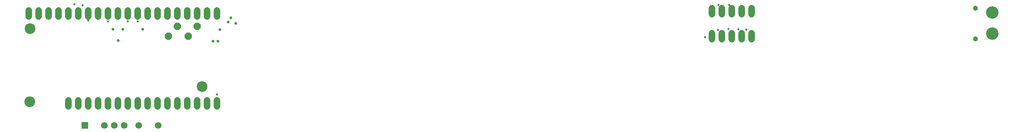
<source format=gbr>
G04 EAGLE Gerber RS-274X export*
G75*
%MOMM*%
%FSLAX34Y34*%
%LPD*%
%INSoldermask Bottom*%
%IPPOS*%
%AMOC8*
5,1,8,0,0,1.08239X$1,22.5*%
G01*
%ADD10C,1.303200*%
%ADD11C,1.193800*%
%ADD12C,2.743200*%
%ADD13C,3.203200*%
%ADD14C,1.727200*%
%ADD15P,2.034460X8X202.500000*%
%ADD16R,1.711200X1.711200*%
%ADD17C,1.711200*%
%ADD18C,0.728200*%
%ADD19C,0.555600*%


D10*
X2562352Y556514D03*
X2562352Y635254D03*
D11*
X134620Y622300D03*
X160020Y622300D03*
X185420Y622300D03*
X210820Y622300D03*
X312420Y622300D03*
X287020Y622300D03*
X261620Y622300D03*
X236220Y622300D03*
X414020Y622300D03*
X388620Y622300D03*
X363220Y622300D03*
X337820Y622300D03*
X515620Y622300D03*
X490220Y622300D03*
X464820Y622300D03*
X439420Y622300D03*
X617220Y622300D03*
X591820Y622300D03*
X566420Y622300D03*
X541020Y622300D03*
X541528Y391160D03*
X566928Y391160D03*
X592328Y391160D03*
X617728Y391160D03*
X439928Y391160D03*
X465328Y391160D03*
X490728Y391160D03*
X516128Y391160D03*
X338328Y391160D03*
X363728Y391160D03*
X389128Y391160D03*
X414528Y391160D03*
X236728Y391160D03*
X262128Y391160D03*
X287528Y391160D03*
X312928Y391160D03*
X1886712Y628142D03*
X1912112Y628142D03*
X1937512Y628142D03*
X1962912Y628142D03*
X1988312Y628142D03*
X1988312Y563118D03*
X1962912Y563118D03*
X1937512Y563118D03*
X1912112Y563118D03*
X1886712Y563118D03*
D12*
X137414Y394970D03*
X138176Y582930D03*
X579120Y433578D03*
D13*
X2605588Y570254D03*
X2605588Y624572D03*
D14*
X1988312Y620522D02*
X1988312Y635762D01*
X1962912Y635762D02*
X1962912Y620522D01*
X1937512Y620522D02*
X1937512Y635762D01*
X1912112Y635762D02*
X1912112Y620522D01*
X1886712Y620522D02*
X1886712Y635762D01*
X1886712Y570738D02*
X1886712Y555498D01*
X1912112Y555498D02*
X1912112Y570738D01*
X1937512Y570738D02*
X1937512Y555498D01*
X1962912Y555498D02*
X1962912Y570738D01*
X1988312Y570738D02*
X1988312Y555498D01*
X236728Y398780D02*
X236728Y383540D01*
X262128Y383540D02*
X262128Y398780D01*
X287528Y398780D02*
X287528Y383540D01*
X312928Y383540D02*
X312928Y398780D01*
X338328Y398780D02*
X338328Y383540D01*
X363728Y383540D02*
X363728Y398780D01*
X389128Y398780D02*
X389128Y383540D01*
X414528Y383540D02*
X414528Y398780D01*
X439928Y398780D02*
X439928Y383540D01*
X465328Y383540D02*
X465328Y398780D01*
X490728Y398780D02*
X490728Y383540D01*
X516128Y383540D02*
X516128Y398780D01*
X541528Y398780D02*
X541528Y383540D01*
X566928Y383540D02*
X566928Y398780D01*
X592328Y398780D02*
X592328Y383540D01*
X617728Y383540D02*
X617728Y398780D01*
X134620Y614680D02*
X134620Y629920D01*
X160020Y629920D02*
X160020Y614680D01*
X185420Y614680D02*
X185420Y629920D01*
X210820Y629920D02*
X210820Y614680D01*
X236220Y614680D02*
X236220Y629920D01*
X261620Y629920D02*
X261620Y614680D01*
X287020Y614680D02*
X287020Y629920D01*
X312420Y629920D02*
X312420Y614680D01*
X337820Y614680D02*
X337820Y629920D01*
X363220Y629920D02*
X363220Y614680D01*
X388620Y614680D02*
X388620Y629920D01*
X414020Y629920D02*
X414020Y614680D01*
X439420Y614680D02*
X439420Y629920D01*
X464820Y629920D02*
X464820Y614680D01*
X490220Y614680D02*
X490220Y629920D01*
X515620Y629920D02*
X515620Y614680D01*
X541020Y614680D02*
X541020Y629920D01*
X566420Y629920D02*
X566420Y614680D01*
X591820Y614680D02*
X591820Y629920D01*
X617220Y629920D02*
X617220Y614680D01*
D15*
X543560Y563372D03*
X492760Y563372D03*
X566674Y589026D03*
X515874Y589026D03*
D16*
X279184Y334010D03*
D17*
X329184Y334010D03*
X354184Y334010D03*
X379184Y334010D03*
X466960Y333756D03*
X416960Y333756D03*
D18*
X665480Y596900D03*
X619760Y551180D03*
D19*
X617728Y414020D03*
X1974342Y580644D03*
X1903857Y643509D03*
X272796Y643382D03*
X1930781Y644017D03*
X251714Y645922D03*
D18*
X426720Y581660D03*
X375920Y581660D03*
X350520Y581660D03*
D19*
X287020Y604266D03*
D18*
X624840Y580221D03*
X607314Y551180D03*
X364490Y552196D03*
D19*
X1954022Y581660D03*
X337820Y601980D03*
X1868678Y561340D03*
X388620Y601980D03*
X1901952Y579628D03*
X414020Y601472D03*
X1929257Y582041D03*
D18*
X646684Y600202D03*
X652780Y611124D03*
M02*

</source>
